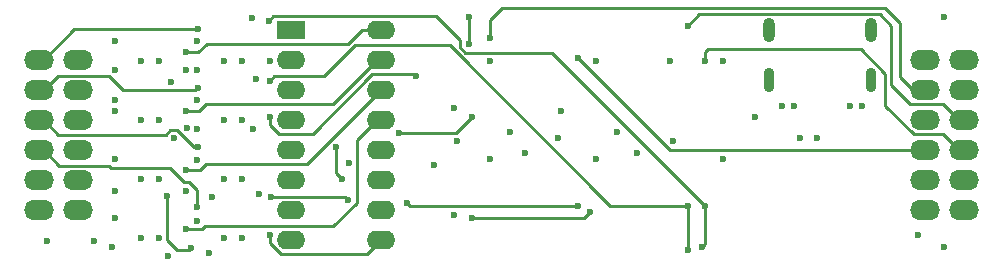
<source format=gtl>
G04 #@! TF.GenerationSoftware,KiCad,Pcbnew,7.0.9-7.0.9~ubuntu22.04.1*
G04 #@! TF.CreationDate,2023-11-24T17:50:00-08:00*
G04 #@! TF.ProjectId,pmod-level-conv-2,706d6f64-2d6c-4657-9665-6c2d636f6e76,rev?*
G04 #@! TF.SameCoordinates,Original*
G04 #@! TF.FileFunction,Copper,L1,Top*
G04 #@! TF.FilePolarity,Positive*
%FSLAX46Y46*%
G04 Gerber Fmt 4.6, Leading zero omitted, Abs format (unit mm)*
G04 Created by KiCad (PCBNEW 7.0.9-7.0.9~ubuntu22.04.1) date 2023-11-24 17:50:00*
%MOMM*%
%LPD*%
G01*
G04 APERTURE LIST*
G04 #@! TA.AperFunction,ComponentPad*
%ADD10O,2.540000X1.700000*%
G04 #@! TD*
G04 #@! TA.AperFunction,ComponentPad*
%ADD11R,2.400000X1.600000*%
G04 #@! TD*
G04 #@! TA.AperFunction,ComponentPad*
%ADD12O,2.400000X1.600000*%
G04 #@! TD*
G04 #@! TA.AperFunction,ComponentPad*
%ADD13O,1.000000X2.100000*%
G04 #@! TD*
G04 #@! TA.AperFunction,ComponentPad*
%ADD14O,0.900000X2.100000*%
G04 #@! TD*
G04 #@! TA.AperFunction,ViaPad*
%ADD15C,0.600000*%
G04 #@! TD*
G04 #@! TA.AperFunction,Conductor*
%ADD16C,0.250000*%
G04 #@! TD*
G04 APERTURE END LIST*
D10*
G04 #@! TO.P,J2,1,D0*
G04 #@! TO.N,/B1*
X127330000Y-93650000D03*
G04 #@! TO.P,J2,2,D1*
G04 #@! TO.N,/B2*
X127330000Y-96190000D03*
G04 #@! TO.P,J2,3,D2*
G04 #@! TO.N,/B3*
X127330000Y-98730000D03*
G04 #@! TO.P,J2,4,D3*
G04 #@! TO.N,/B4*
X127330000Y-101270000D03*
G04 #@! TO.P,J2,5,GND1*
G04 #@! TO.N,GND*
X127330000Y-103810000D03*
G04 #@! TO.P,J2,6,VCC1*
G04 #@! TO.N,VCC*
X127330000Y-106350000D03*
G04 #@! TO.P,J2,7,D4*
G04 #@! TO.N,/B5*
X130670000Y-93650000D03*
G04 #@! TO.P,J2,8,D5*
G04 #@! TO.N,/B6*
X130670000Y-96190000D03*
G04 #@! TO.P,J2,9,D6*
G04 #@! TO.N,/B7*
X130670000Y-98730000D03*
G04 #@! TO.P,J2,10,D7*
G04 #@! TO.N,/B8*
X130670000Y-101270000D03*
G04 #@! TO.P,J2,11,GND2*
G04 #@! TO.N,GND*
X130670000Y-103810000D03*
G04 #@! TO.P,J2,12,VCC2*
G04 #@! TO.N,VCC*
X130670000Y-106350000D03*
G04 #@! TD*
G04 #@! TO.P,J1,1,D0*
G04 #@! TO.N,/A1*
X55670000Y-93650000D03*
G04 #@! TO.P,J1,2,D1*
G04 #@! TO.N,/A2*
X55670000Y-96190000D03*
G04 #@! TO.P,J1,3,D2*
G04 #@! TO.N,/A3*
X55670000Y-98730000D03*
G04 #@! TO.P,J1,4,D3*
G04 #@! TO.N,/A4*
X55670000Y-101270000D03*
G04 #@! TO.P,J1,5,GND1*
G04 #@! TO.N,GND*
X55670000Y-103810000D03*
G04 #@! TO.P,J1,6,VCC1*
G04 #@! TO.N,+3.3V*
X55670000Y-106350000D03*
G04 #@! TO.P,J1,7,D4*
G04 #@! TO.N,/A5*
X52330000Y-93650000D03*
G04 #@! TO.P,J1,8,D5*
G04 #@! TO.N,/A6*
X52330000Y-96190000D03*
G04 #@! TO.P,J1,9,D6*
G04 #@! TO.N,/A7*
X52330000Y-98730000D03*
G04 #@! TO.P,J1,10,D7*
G04 #@! TO.N,/A8*
X52330000Y-101270000D03*
G04 #@! TO.P,J1,11,GND2*
G04 #@! TO.N,GND*
X52330000Y-103810000D03*
G04 #@! TO.P,J1,12,VCC2*
G04 #@! TO.N,+3.3V*
X52330000Y-106350000D03*
G04 #@! TD*
D11*
G04 #@! TO.P,SW1,1*
G04 #@! TO.N,+3.3V*
X73700000Y-91100000D03*
D12*
G04 #@! TO.P,SW1,2*
X73700000Y-93640000D03*
G04 #@! TO.P,SW1,3*
X73700000Y-96180000D03*
G04 #@! TO.P,SW1,4*
X73700000Y-98720000D03*
G04 #@! TO.P,SW1,5*
X73700000Y-101260000D03*
G04 #@! TO.P,SW1,6*
X73700000Y-103800000D03*
G04 #@! TO.P,SW1,7*
X73700000Y-106340000D03*
G04 #@! TO.P,SW1,8*
X73700000Y-108880000D03*
G04 #@! TO.P,SW1,9*
G04 #@! TO.N,/DIR8*
X81320000Y-108880000D03*
G04 #@! TO.P,SW1,10*
G04 #@! TO.N,/DIR7*
X81320000Y-106340000D03*
G04 #@! TO.P,SW1,11*
G04 #@! TO.N,/DIR6*
X81320000Y-103800000D03*
G04 #@! TO.P,SW1,12*
G04 #@! TO.N,/DIR5*
X81320000Y-101260000D03*
G04 #@! TO.P,SW1,13*
G04 #@! TO.N,/DIR4*
X81320000Y-98720000D03*
G04 #@! TO.P,SW1,14*
G04 #@! TO.N,/DIR3*
X81320000Y-96180000D03*
G04 #@! TO.P,SW1,15*
G04 #@! TO.N,/DIR2*
X81320000Y-93640000D03*
G04 #@! TO.P,SW1,16*
G04 #@! TO.N,/DIR1*
X81320000Y-91100000D03*
G04 #@! TD*
D13*
G04 #@! TO.P,J9,S1,SHIELD*
G04 #@! TO.N,GND*
X114180000Y-91130000D03*
D14*
X114180000Y-95310000D03*
D13*
X122820000Y-91130000D03*
D14*
X122820000Y-95310000D03*
G04 #@! TD*
D15*
G04 #@! TO.N,+3.3V*
X58500000Y-109500000D03*
X67000000Y-105250000D03*
X58750000Y-94500000D03*
X66750000Y-110000000D03*
X65750000Y-94500000D03*
X58750000Y-104750000D03*
X57000000Y-109000000D03*
X65750000Y-99500000D03*
X58750000Y-98000000D03*
G04 #@! TO.N,GND*
X71905483Y-93757998D03*
X85750000Y-102500000D03*
X68000000Y-93750000D03*
X90500000Y-102000000D03*
X99500000Y-102000000D03*
X101250000Y-99750000D03*
X70500000Y-99500000D03*
X58750000Y-92000000D03*
X61000000Y-93750000D03*
X63250000Y-110250000D03*
X58750000Y-107000000D03*
X64842724Y-99433533D03*
X129000000Y-90000000D03*
X65750000Y-97000000D03*
X110250000Y-102000000D03*
X103000000Y-101500000D03*
X65750000Y-92000000D03*
X68000000Y-103750000D03*
X61000000Y-103750000D03*
X61000000Y-108750000D03*
X105750000Y-93750000D03*
X122000000Y-97500000D03*
X64750000Y-104750000D03*
X113000000Y-98500000D03*
X64750000Y-94500000D03*
X71000000Y-105000000D03*
X68000000Y-98750000D03*
X68000000Y-108750000D03*
X53000000Y-109000000D03*
X65750000Y-107250000D03*
X93500000Y-101500000D03*
X92250000Y-99750000D03*
X65748191Y-102099830D03*
X58750000Y-97000000D03*
X129000000Y-109500000D03*
X58750000Y-102000000D03*
X115250000Y-97500000D03*
X118250000Y-100250000D03*
X61000000Y-98750000D03*
X96500000Y-98000000D03*
X87500000Y-97750000D03*
G04 #@! TO.N,VCC*
X69485000Y-93750000D03*
X121000000Y-97500000D03*
X126750000Y-108500000D03*
X116750000Y-100250000D03*
X70750000Y-95250000D03*
X110250000Y-93750000D03*
X69485000Y-98750000D03*
X70333271Y-90083271D03*
X116250000Y-97500000D03*
X62485000Y-108750000D03*
X62485000Y-93750000D03*
X87500000Y-106750000D03*
X96250000Y-100250000D03*
X78551870Y-102325000D03*
X63500000Y-95500000D03*
X62485000Y-98750000D03*
X106000000Y-100500000D03*
X62485000Y-103750000D03*
X63750000Y-100250000D03*
X99500000Y-93750000D03*
X90500000Y-93750000D03*
X87750000Y-100500000D03*
X69485000Y-103750000D03*
X69485000Y-108750000D03*
G04 #@! TO.N,/A5*
X65767219Y-90984570D03*
G04 #@! TO.N,/A6*
X65767219Y-95984570D03*
G04 #@! TO.N,/A7*
X65767219Y-101050000D03*
G04 #@! TO.N,/A8*
X65750000Y-106050000D03*
G04 #@! TO.N,/B1*
X88750000Y-90000000D03*
X88750000Y-92250000D03*
X99000000Y-106500000D03*
X89000000Y-107000000D03*
G04 #@! TO.N,/B2*
X90500000Y-91750000D03*
X82831373Y-99843839D03*
X89000000Y-98500000D03*
G04 #@! TO.N,/B3*
X78000000Y-103750000D03*
X98000000Y-106000000D03*
X83500000Y-105750000D03*
X77500000Y-101000000D03*
G04 #@! TO.N,/B4*
X65250000Y-109525000D03*
X63152812Y-105175000D03*
X98000000Y-93500000D03*
G04 #@! TO.N,/B5*
X71778592Y-90301782D03*
X108750000Y-106000000D03*
X108500000Y-109500000D03*
G04 #@! TO.N,/B6*
X71888477Y-95384163D03*
X107250000Y-106000000D03*
X107250000Y-109750000D03*
G04 #@! TO.N,/B7*
X107250000Y-90750000D03*
G04 #@! TO.N,/B8*
X108750000Y-93750000D03*
G04 #@! TO.N,/DIR1*
X64750000Y-92975000D03*
G04 #@! TO.N,/DIR2*
X64750000Y-97975000D03*
G04 #@! TO.N,/DIR3*
X64750000Y-102975000D03*
G04 #@! TO.N,/DIR4*
X64750000Y-107975000D03*
G04 #@! TO.N,/DIR6*
X71870944Y-98450086D03*
X84274683Y-94979275D03*
G04 #@! TO.N,/DIR7*
X72000000Y-105250000D03*
X78500000Y-105500000D03*
G04 #@! TO.N,/DIR8*
X71908720Y-108473318D03*
G04 #@! TD*
D16*
G04 #@! TO.N,/A5*
X52730000Y-93650000D02*
X55330000Y-91050000D01*
X65701789Y-91050000D02*
X65767219Y-90984570D01*
X55330000Y-91050000D02*
X65701789Y-91050000D01*
G04 #@! TO.N,/A6*
X65576789Y-96175000D02*
X65767219Y-95984570D01*
X59470405Y-96175000D02*
X65576789Y-96175000D01*
X52730000Y-96190000D02*
X53955000Y-94965000D01*
X53955000Y-94965000D02*
X58260405Y-94965000D01*
X58260405Y-94965000D02*
X59470405Y-96175000D01*
G04 #@! TO.N,/A7*
X64029595Y-99575000D02*
X65504595Y-101050000D01*
X52730000Y-98730000D02*
X53970405Y-99970405D01*
X65504595Y-101050000D02*
X65767219Y-101050000D01*
X63470405Y-99575000D02*
X64029595Y-99575000D01*
X53970405Y-99970405D02*
X63075000Y-99970405D01*
X63075000Y-99970405D02*
X63470405Y-99575000D01*
G04 #@! TO.N,/A8*
X58428984Y-102775000D02*
X63428984Y-102775000D01*
X54045000Y-102585000D02*
X58238984Y-102585000D01*
X63428984Y-102775000D02*
X64628984Y-103975000D01*
X65071016Y-103975000D02*
X65750000Y-104653984D01*
X58238984Y-102585000D02*
X58428984Y-102775000D01*
X52730000Y-101270000D02*
X54045000Y-102585000D01*
X65750000Y-104653984D02*
X65750000Y-106050000D01*
X64628984Y-103975000D02*
X65071016Y-103975000D01*
G04 #@! TO.N,/B1*
X89000000Y-107000000D02*
X98500000Y-107000000D01*
X88750000Y-90000000D02*
X88750000Y-92250000D01*
X98500000Y-107000000D02*
X99000000Y-106500000D01*
G04 #@! TO.N,/B2*
X90500000Y-90250000D02*
X90500000Y-91750000D01*
X82831373Y-99843839D02*
X87656161Y-99843839D01*
X125250000Y-95112082D02*
X125250000Y-90500000D01*
X87656161Y-99843839D02*
X89000000Y-98500000D01*
X91500000Y-89250000D02*
X90500000Y-90250000D01*
X125250000Y-90500000D02*
X124000000Y-89250000D01*
X126327918Y-96190000D02*
X125250000Y-95112082D01*
X124000000Y-89250000D02*
X91500000Y-89250000D01*
G04 #@! TO.N,/B3*
X77500000Y-103250000D02*
X78000000Y-103750000D01*
X83750000Y-106000000D02*
X98000000Y-106000000D01*
X77500000Y-101000000D02*
X77500000Y-103250000D01*
X83500000Y-105750000D02*
X83750000Y-106000000D01*
G04 #@! TO.N,/B4*
X63152812Y-108902812D02*
X63152812Y-105175000D01*
X65250000Y-109525000D02*
X65025000Y-109750000D01*
X64000000Y-109750000D02*
X63152812Y-108902812D01*
X127730000Y-101270000D02*
X105770000Y-101270000D01*
X65025000Y-109750000D02*
X64000000Y-109750000D01*
X105770000Y-101270000D02*
X98000000Y-93500000D01*
G04 #@! TO.N,/B5*
X88428984Y-93025000D02*
X87975000Y-92571016D01*
X87975000Y-91932107D02*
X85967893Y-89925000D01*
X87975000Y-92571016D02*
X87975000Y-91932107D01*
X72155374Y-89925000D02*
X71778592Y-90301782D01*
X95775000Y-93025000D02*
X88428984Y-93025000D01*
X108750000Y-106000000D02*
X108750000Y-109250000D01*
X85967893Y-89925000D02*
X72155374Y-89925000D01*
X108750000Y-106000000D02*
X95775000Y-93025000D01*
X108750000Y-109250000D02*
X108500000Y-109500000D01*
G04 #@! TO.N,/B6*
X100696878Y-106000000D02*
X87111091Y-92414213D01*
X76495000Y-95005000D02*
X72267640Y-95005000D01*
X87111091Y-92414213D02*
X79085787Y-92414213D01*
X107250000Y-106000000D02*
X100696878Y-106000000D01*
X79085787Y-92414213D02*
X76495000Y-95005000D01*
X72267640Y-95005000D02*
X71888477Y-95384163D01*
X107250000Y-106000000D02*
X107250000Y-109750000D01*
G04 #@! TO.N,/B7*
X130270000Y-98730000D02*
X128905000Y-97365000D01*
X123505000Y-89755000D02*
X108245000Y-89755000D01*
X128905000Y-97365000D02*
X126115000Y-97365000D01*
X124500000Y-95750000D02*
X124500000Y-90750000D01*
X124500000Y-90750000D02*
X123505000Y-89755000D01*
X126115000Y-97365000D02*
X124500000Y-95750000D01*
X108245000Y-89755000D02*
X107250000Y-90750000D01*
G04 #@! TO.N,/B8*
X124000000Y-94793984D02*
X121956016Y-92750000D01*
X124000000Y-97500000D02*
X124000000Y-94793984D01*
X126405000Y-99905000D02*
X124000000Y-97500000D01*
X121956016Y-92750000D02*
X109000000Y-92750000D01*
X109000000Y-92750000D02*
X108750000Y-93000000D01*
X128905000Y-99905000D02*
X126405000Y-99905000D01*
X108750000Y-93000000D02*
X108750000Y-93750000D01*
X130270000Y-101270000D02*
X128905000Y-99905000D01*
G04 #@! TO.N,/DIR1*
X78517894Y-92275000D02*
X66525000Y-92275000D01*
X65825000Y-92975000D02*
X64750000Y-92975000D01*
X79692893Y-91100000D02*
X78517894Y-92275000D01*
X81320000Y-91100000D02*
X79692893Y-91100000D01*
X66525000Y-92275000D02*
X65825000Y-92975000D01*
G04 #@! TO.N,/DIR2*
X80920000Y-93640000D02*
X77205000Y-97355000D01*
X65871016Y-97975000D02*
X64750000Y-97975000D01*
X66491016Y-97355000D02*
X65871016Y-97975000D01*
X77205000Y-97355000D02*
X66491016Y-97355000D01*
G04 #@! TO.N,/DIR3*
X65969037Y-102975000D02*
X64750000Y-102975000D01*
X75065000Y-102435000D02*
X66509037Y-102435000D01*
X66509037Y-102435000D02*
X65969037Y-102975000D01*
X81320000Y-96180000D02*
X75065000Y-102435000D01*
G04 #@! TO.N,/DIR4*
X80920000Y-98720000D02*
X79226870Y-100413130D01*
X66121016Y-107975000D02*
X64750000Y-107975000D01*
X66397698Y-107698318D02*
X66121016Y-107975000D01*
X77256277Y-107698318D02*
X66397698Y-107698318D01*
X79226870Y-105727725D02*
X77256277Y-107698318D01*
X79226870Y-100413130D02*
X79226870Y-105727725D01*
G04 #@! TO.N,/DIR6*
X80573086Y-94865213D02*
X84160621Y-94865213D01*
X72645000Y-99895000D02*
X75543299Y-99895000D01*
X75543299Y-99895000D02*
X80573086Y-94865213D01*
X71870944Y-99120944D02*
X72645000Y-99895000D01*
X84160621Y-94865213D02*
X84274683Y-94979275D01*
X71870944Y-98450086D02*
X71870944Y-99120944D01*
G04 #@! TO.N,/DIR7*
X72035000Y-105215000D02*
X78215000Y-105215000D01*
X78215000Y-105215000D02*
X78500000Y-105500000D01*
X72000000Y-105250000D02*
X72035000Y-105215000D01*
G04 #@! TO.N,/DIR8*
X71908720Y-109158720D02*
X71908720Y-108473318D01*
X80145000Y-110055000D02*
X72805000Y-110055000D01*
X72805000Y-110055000D02*
X71908720Y-109158720D01*
X81320000Y-108880000D02*
X80145000Y-110055000D01*
G04 #@! TD*
M02*

</source>
